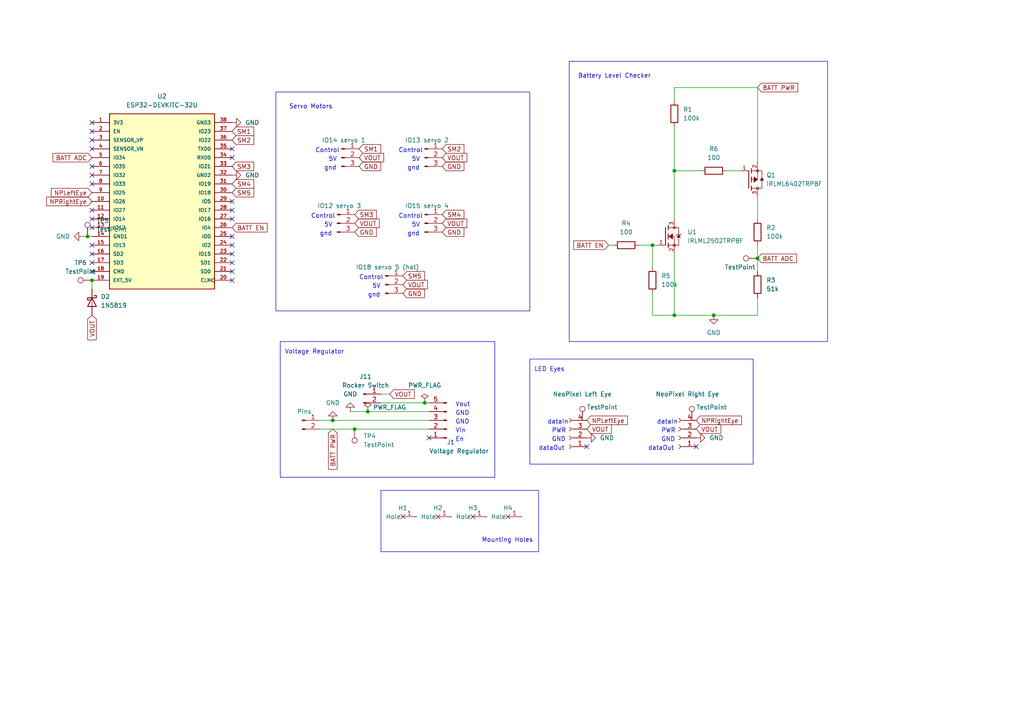
<source format=kicad_sch>
(kicad_sch (version 20230121) (generator eeschema)
  (paper "A4")
  (lib_symbols
    (symbol "Connector:Conn_01x02_Pin" (pin_names (offset 1.016) hide)
      (property "Reference" "J" (at 0 2.54 0))
      (property "Value" "Conn_01x02_Pin" (at 0 -5.08 0))
      (symbol "Conn_01x02_Pin_1_1"
        (polyline (pts (xy 1.27 -2.54) (xy 0.8636 -2.54)) (stroke (width 0.1524)))
        (polyline (pts (xy 1.27 0) (xy 0.8636 0)) (stroke (width 0.1524)))
        (rectangle (start 0.8636 -2.413) (end 0 -2.667) (stroke (width 0.1524)) (fill (type outline)))
        (rectangle (start 0.8636 0.127) (end 0 -0.127) (stroke (width 0.1524)) (fill (type outline)))
        (pin passive line (at 5.08 0 180) (length 3.81) (name "Pin_1") (number "1"))
        (pin passive line (at 5.08 -2.54 180) (length 3.81) (name "Pin_2") (number "2"))
      )
    )
    (symbol "Connector:Conn_01x03_Pin" (pin_names (offset 1.016) hide)
      (property "Reference" "J" (at 0 5.08 0))
      (property "Value" "Conn_01x03_Pin" (at 0 -5.08 0))
      (symbol "Conn_01x03_Pin_1_1"
        (polyline (pts (xy 1.27 -2.54) (xy 0.8636 -2.54)) (stroke (width 0.1524)))
        (polyline (pts (xy 1.27 0) (xy 0.8636 0)) (stroke (width 0.1524)))
        (polyline (pts (xy 1.27 2.54) (xy 0.8636 2.54)) (stroke (width 0.1524)))
        (rectangle (start 0.8636 -2.413) (end 0 -2.667) (stroke (width 0.1524)) (fill (type outline)))
        (rectangle (start 0.8636 0.127) (end 0 -0.127) (stroke (width 0.1524)) (fill (type outline)))
        (rectangle (start 0.8636 2.667) (end 0 2.413) (stroke (width 0.1524)) (fill (type outline)))
        (pin passive line (at 5.08 2.54 180) (length 3.81) (name "Pin_1") (number "1"))
        (pin passive line (at 5.08 0 180) (length 3.81) (name "Pin_2") (number "2"))
        (pin passive line (at 5.08 -2.54 180) (length 3.81) (name "Pin_3") (number "3"))
      )
    )
    (symbol "Connector:Conn_01x04_Socket" (pin_names (offset 1.016) hide)
      (property "Reference" "J" (at 0 5.08 0))
      (property "Value" "Conn_01x04_Socket" (at 0 -7.62 0))
      (symbol "Conn_01x04_Socket_1_1"
        (arc (start 0 -4.572) (mid -0.5058 -5.08) (end 0 -5.588) (stroke (width 0.1524)))
        (arc (start 0 -2.032) (mid -0.5058 -2.54) (end 0 -3.048) (stroke (width 0.1524)))
        (polyline (pts (xy -1.27 -5.08) (xy -0.508 -5.08)) (stroke (width 0.1524)))
        (polyline (pts (xy -1.27 -2.54) (xy -0.508 -2.54)) (stroke (width 0.1524)))
        (polyline (pts (xy -1.27 0) (xy -0.508 0)) (stroke (width 0.1524)))
        (polyline (pts (xy -1.27 2.54) (xy -0.508 2.54)) (stroke (width 0.1524)))
        (arc (start 0 0.508) (mid -0.5058 0) (end 0 -0.508) (stroke (width 0.1524)))
        (arc (start 0 3.048) (mid -0.5058 2.54) (end 0 2.032) (stroke (width 0.1524)))
        (pin passive line (at -5.08 2.54 0) (length 3.81) (name "Pin_1") (number "1"))
        (pin passive line (at -5.08 0 0) (length 3.81) (name "Pin_2") (number "2"))
        (pin passive line (at -5.08 -2.54 0) (length 3.81) (name "Pin_3") (number "3"))
        (pin passive line (at -5.08 -5.08 0) (length 3.81) (name "Pin_4") (number "4"))
      )
    )
    (symbol "Connector:Conn_01x05_Pin" (pin_names (offset 1.016) hide)
      (property "Reference" "J" (at 0 7.62 0))
      (property "Value" "Conn_01x05_Pin" (at 0 -7.62 0))
      (symbol "Conn_01x05_Pin_1_1"
        (polyline (pts (xy 1.27 -5.08) (xy 0.8636 -5.08)) (stroke (width 0.1524)))
        (polyline (pts (xy 1.27 -2.54) (xy 0.8636 -2.54)) (stroke (width 0.1524)))
        (polyline (pts (xy 1.27 0) (xy 0.8636 0)) (stroke (width 0.1524)))
        (polyline (pts (xy 1.27 2.54) (xy 0.8636 2.54)) (stroke (width 0.1524)))
        (polyline (pts (xy 1.27 5.08) (xy 0.8636 5.08)) (stroke (width 0.1524)))
        (rectangle (start 0.8636 -4.953) (end 0 -5.207) (stroke (width 0.1524)) (fill (type outline)))
        (rectangle (start 0.8636 -2.413) (end 0 -2.667) (stroke (width 0.1524)) (fill (type outline)))
        (rectangle (start 0.8636 0.127) (end 0 -0.127) (stroke (width 0.1524)) (fill (type outline)))
        (rectangle (start 0.8636 2.667) (end 0 2.413) (stroke (width 0.1524)) (fill (type outline)))
        (rectangle (start 0.8636 5.207) (end 0 4.953) (stroke (width 0.1524)) (fill (type outline)))
        (pin passive line (at 5.08 5.08 180) (length 3.81) (name "Pin_1") (number "1"))
        (pin passive line (at 5.08 2.54 180) (length 3.81) (name "Pin_2") (number "2"))
        (pin passive line (at 5.08 0 180) (length 3.81) (name "Pin_3") (number "3"))
        (pin passive line (at 5.08 -2.54 180) (length 3.81) (name "Pin_4") (number "4"))
        (pin passive line (at 5.08 -5.08 180) (length 3.81) (name "Pin_5") (number "5"))
      )
    )
    (symbol "Connector:TestPoint" (pin_numbers hide) (pin_names (offset 0.762) hide)
      (property "Reference" "TP" (at 0 6.858 0))
      (property "Value" "TestPoint" (at 0 5.08 0))
      (symbol "TestPoint_0_1"
        (circle (center 0 3.302) (radius 0.762))
      )
      (symbol "TestPoint_1_1"
        (pin passive line (at 0 0 90) (length 2.54) (name "1") (number "1"))
      )
    )
    (symbol "Device:R" (pin_numbers hide) (pin_names (offset 0))
      (property "Reference" "R" (at 2.032 0 90))
      (property "Value" "R" (at 0 0 90))
      (symbol "R_0_1"
        (rectangle (start -1.016 -2.54) (end 1.016 2.54) (stroke (width 0.254)))
      )
      (symbol "R_1_1"
        (pin passive line (at 0 3.81 270) (length 1.27) (name "~") (number "1"))
        (pin passive line (at 0 -3.81 90) (length 1.27) (name "~") (number "2"))
      )
    )
    (symbol "Diode:1N5819" (pin_numbers hide) (pin_names (offset 1.016) hide)
      (property "Reference" "D" (at 0 2.54 0))
      (property "Value" "1N5819" (at 0 -2.54 0))
      (symbol "1N5819_0_1"
        (polyline (pts (xy 1.27 0) (xy -1.27 0)))
        (polyline (pts (xy 1.27 1.27) (xy 1.27 -1.27) (xy -1.27 0) (xy 1.27 1.27)) (stroke (width 0.254)))
        (polyline (pts (xy -1.905 0.635) (xy -1.905 1.27) (xy -1.27 1.27) (xy -1.27 -1.27) (xy -0.635 -1.27) (xy -0.635 -0.635)) (stroke (width 0.254)))
      )
      (symbol "1N5819_1_1"
        (pin passive line (at -3.81 0 0) (length 2.54) (name "K") (number "1"))
        (pin passive line (at 3.81 0 180) (length 2.54) (name "A") (number "2"))
      )
    )
    (symbol "ECE319K:MountingHole"
      (property "Reference" "H" (at 0 0 0))
      (symbol "MountingHole_1_1"
        (pin power_in non_logic (at 0 0 180) (length 3.81) (name "Hole") (number "1"))
      )
    )
    (symbol "ESP32_WROOM:ESP32-DEVKITC-32U" (pin_names (offset 1.016))
      (property "Reference" "U" (at -15.2572 26.0643 0))
      (property "Value" "ESP32-DEVKITC-32U" (at -15.2563 -27.9698 0))
      (symbol "ESP32-DEVKITC-32U_0_0"
        (rectangle (start -15.24 -25.4) (end 15.24 25.4) (stroke (width 0.254)) (fill (type background)))
        (pin power_in line (at -20.32 22.86 0) (length 5.08) (name "3V3") (number "1"))
        (pin bidirectional line (at -20.32 0 0) (length 5.08) (name "IO26") (number "10"))
        (pin bidirectional line (at -20.32 -2.54 0) (length 5.08) (name "IO27") (number "11"))
        (pin bidirectional line (at -20.32 -5.08 0) (length 5.08) (name "IO14") (number "12"))
        (pin bidirectional line (at -20.32 -7.62 0) (length 5.08) (name "IO12") (number "13"))
        (pin power_in line (at -20.32 -10.16 0) (length 5.08) (name "GND1") (number "14"))
        (pin bidirectional line (at -20.32 -12.7 0) (length 5.08) (name "IO13") (number "15"))
        (pin bidirectional line (at -20.32 -15.24 0) (length 5.08) (name "SD2") (number "16"))
        (pin bidirectional line (at -20.32 -17.78 0) (length 5.08) (name "SD3") (number "17"))
        (pin bidirectional line (at -20.32 -20.32 0) (length 5.08) (name "CMD") (number "18"))
        (pin power_in line (at -20.32 -22.86 0) (length 5.08) (name "EXT_5V") (number "19"))
        (pin input line (at -20.32 20.32 0) (length 5.08) (name "EN") (number "2"))
        (pin input clock (at 20.32 -22.86 180) (length 5.08) (name "CLK") (number "20"))
        (pin bidirectional line (at 20.32 -20.32 180) (length 5.08) (name "SD0") (number "21"))
        (pin bidirectional line (at 20.32 -17.78 180) (length 5.08) (name "SD1") (number "22"))
        (pin bidirectional line (at 20.32 -15.24 180) (length 5.08) (name "IO15") (number "23"))
        (pin bidirectional line (at 20.32 -12.7 180) (length 5.08) (name "IO2") (number "24"))
        (pin bidirectional line (at 20.32 -10.16 180) (length 5.08) (name "IO0") (number "25"))
        (pin bidirectional line (at 20.32 -7.62 180) (length 5.08) (name "IO4") (number "26"))
        (pin bidirectional line (at 20.32 -5.08 180) (length 5.08) (name "IO16") (number "27"))
        (pin bidirectional line (at 20.32 -2.54 180) (length 5.08) (name "IO17") (number "28"))
        (pin bidirectional line (at 20.32 0 180) (length 5.08) (name "IO5") (number "29"))
        (pin input line (at -20.32 17.78 0) (length 5.08) (name "SENSOR_VP") (number "3"))
        (pin bidirectional line (at 20.32 2.54 180) (length 5.08) (name "IO18") (number "30"))
        (pin bidirectional line (at 20.32 5.08 180) (length 5.08) (name "IO19") (number "31"))
        (pin power_in line (at 20.32 7.62 180) (length 5.08) (name "GND2") (number "32"))
        (pin bidirectional line (at 20.32 10.16 180) (length 5.08) (name "IO21") (number "33"))
        (pin input line (at 20.32 12.7 180) (length 5.08) (name "RXD0") (number "34"))
        (pin output line (at 20.32 15.24 180) (length 5.08) (name "TXD0") (number "35"))
        (pin bidirectional line (at 20.32 17.78 180) (length 5.08) (name "IO22") (number "36"))
        (pin bidirectional line (at 20.32 20.32 180) (length 5.08) (name "IO23") (number "37"))
        (pin power_in line (at 20.32 22.86 180) (length 5.08) (name "GND3") (number "38"))
        (pin input line (at -20.32 15.24 0) (length 5.08) (name "SENSOR_VN") (number "4"))
        (pin bidirectional line (at -20.32 12.7 0) (length 5.08) (name "IO34") (number "5"))
        (pin bidirectional line (at -20.32 10.16 0) (length 5.08) (name "IO35") (number "6"))
        (pin bidirectional line (at -20.32 7.62 0) (length 5.08) (name "IO32") (number "7"))
        (pin bidirectional line (at -20.32 5.08 0) (length 5.08) (name "IO33") (number "8"))
        (pin bidirectional line (at -20.32 2.54 0) (length 5.08) (name "IO25") (number "9"))
      )
    )
    (symbol "IRLML2502TRPBF:IRLML2502TRPBF" (pin_names (offset 1.016))
      (property "Reference" "U" (at -11.4527 2.5451 0))
      (property "Value" "IRLML2502TRPBF" (at -11.461 0 0))
      (symbol "IRLML2502TRPBF_0_0"
        (polyline (pts (xy 0 2.54) (xy 0 -2.54)) (stroke (width 0.254)))
        (polyline (pts (xy 0.762 -2.54) (xy 0.762 -3.175)) (stroke (width 0.254)))
        (polyline (pts (xy 0.762 -1.905) (xy 0.762 -2.54)) (stroke (width 0.254)))
        (polyline (pts (xy 0.762 0) (xy 0.762 -0.762)) (stroke (width 0.254)))
        (polyline (pts (xy 0.762 0) (xy 2.54 0)) (stroke (width 0.1524)))
        (polyline (pts (xy 0.762 0.762) (xy 0.762 0)) (stroke (width 0.254)))
        (polyline (pts (xy 0.762 2.54) (xy 0.762 1.905)) (stroke (width 0.254)))
        (polyline (pts (xy 0.762 2.54) (xy 3.81 2.54)) (stroke (width 0.1524)))
        (polyline (pts (xy 0.762 3.175) (xy 0.762 2.54)) (stroke (width 0.254)))
        (polyline (pts (xy 2.54 -2.54) (xy 0.762 -2.54)) (stroke (width 0.1524)))
        (polyline (pts (xy 2.54 -2.54) (xy 3.81 -2.54)) (stroke (width 0.1524)))
        (polyline (pts (xy 2.54 0) (xy 2.54 -2.54)) (stroke (width 0.1524)))
        (polyline (pts (xy 3.302 0.508) (xy 3.048 0.254)) (stroke (width 0.1524)))
        (polyline (pts (xy 3.81 0.508) (xy 3.302 0.508)) (stroke (width 0.1524)))
        (polyline (pts (xy 3.81 0.508) (xy 3.81 -2.54)) (stroke (width 0.1524)))
        (polyline (pts (xy 3.81 2.54) (xy 3.81 0.508)) (stroke (width 0.1524)))
        (polyline (pts (xy 4.318 0.508) (xy 3.81 0.508)) (stroke (width 0.1524)))
        (polyline (pts (xy 4.572 0.762) (xy 4.318 0.508)) (stroke (width 0.1524)))
        (polyline (pts (xy 1.016 0) (xy 2.032 0.762) (xy 2.032 -0.762) (xy 1.016 0)) (stroke (width 0.1524)) (fill (type outline)))
        (polyline (pts (xy 3.81 0.508) (xy 3.302 -0.254) (xy 4.318 -0.254) (xy 3.81 0.508)) (stroke (width 0.1524)) (fill (type outline)))
        (circle (center 2.54 -2.54) (radius 0.3592))
        (circle (center 2.54 2.54) (radius 0.3592))
        (pin passive line (at -2.54 -2.54 0) (length 2.54) (name "~") (number "1"))
        (pin passive line (at 2.54 -5.08 90) (length 2.54) (name "~") (number "2"))
        (pin passive line (at 2.54 5.08 270) (length 2.54) (name "~") (number "3"))
      )
    )
    (symbol "IRLML6402TRPBF:IRLML6402TRPBF" (pin_names (offset 1.016))
      (property "Reference" "Q" (at -11.43 3.81 0))
      (property "Value" "IRLML6402TRPBF" (at -11.43 -8.89 0))
      (symbol "IRLML6402TRPBF_0_0"
        (circle (center 0 -2.54) (radius 0.3592))
        (polyline (pts (xy -2.54 2.54) (xy -2.54 -2.54)) (stroke (width 0.254)))
        (polyline (pts (xy -1.778 -2.54) (xy -1.778 -3.175)) (stroke (width 0.254)))
        (polyline (pts (xy -1.778 -1.905) (xy -1.778 -2.54)) (stroke (width 0.254)))
        (polyline (pts (xy -1.778 0) (xy -1.778 -0.762)) (stroke (width 0.254)))
        (polyline (pts (xy -1.778 0) (xy 0 0)) (stroke (width 0.1524)))
        (polyline (pts (xy -1.778 0.762) (xy -1.778 0)) (stroke (width 0.254)))
        (polyline (pts (xy -1.778 2.54) (xy -1.778 1.905)) (stroke (width 0.254)))
        (polyline (pts (xy -1.778 2.54) (xy 1.27 2.54)) (stroke (width 0.1524)))
        (polyline (pts (xy -1.778 3.175) (xy -1.778 2.54)) (stroke (width 0.254)))
        (polyline (pts (xy 0 -2.54) (xy -1.778 -2.54)) (stroke (width 0.1524)))
        (polyline (pts (xy 0 -2.54) (xy 1.27 -2.54)) (stroke (width 0.1524)))
        (polyline (pts (xy 0 0) (xy 0 -2.54)) (stroke (width 0.1524)))
        (polyline (pts (xy 1.27 -0.508) (xy 1.27 -2.54)) (stroke (width 0.1524)))
        (polyline (pts (xy 1.27 2.54) (xy 1.27 -0.508)) (stroke (width 0.1524)))
        (polyline (pts (xy 0 0) (xy -1.016 -0.762) (xy -1.016 0.762) (xy 0 0)) (stroke (width 0.1524)) (fill (type outline)))
        (polyline (pts (xy 1.27 -0.508) (xy 1.778 0.254) (xy 0.762 0.254) (xy 1.27 -0.508)) (stroke (width 0.1524)) (fill (type outline)))
        (circle (center 0 2.54) (radius 0.3592))
        (pin passive line (at -5.08 -2.54 0) (length 2.54) (name "~") (number "1"))
        (pin passive line (at 0 -5.08 90) (length 2.54) (name "~") (number "2"))
        (pin passive line (at 0 5.08 270) (length 2.54) (name "~") (number "3"))
      )
    )
    (symbol "power:GND" (power) (pin_names (offset 0))
      (property "Value" "GND" (at 0 -3.81 0))
      (symbol "GND_0_1"
        (polyline (pts (xy 0 0) (xy 0 -1.27) (xy 1.27 -1.27) (xy 0 -2.54) (xy -1.27 -1.27) (xy 0 -1.27)))
      )
      (symbol "GND_1_1"
        (pin power_in line (at 0 0 270) (length 0) hide (name "GND") (number "1"))
      )
    )
    (symbol "power:PWR_FLAG" (power) (pin_numbers hide) (pin_names (offset 0) hide)
      (property "Value" "PWR_FLAG" (at 0 3.81 0))
      (symbol "PWR_FLAG_0_0"
        (pin power_out line (at 0 0 90) (length 0) (name "pwr") (number "1"))
      )
      (symbol "PWR_FLAG_0_1"
        (polyline (pts (xy 0 0) (xy 0 1.27) (xy -1.016 1.905) (xy 0 2.54) (xy 1.016 1.905) (xy 0 1.27)))
      )
    )
  )
  (junction (at 207.01 91.44))
  (junction (at 102.87 124.46))
  (junction (at 25.4 68.58))
  (junction (at 189.23 71.12))
  (junction (at 195.58 91.44))
  (junction (at 96.52 121.92))
  (junction (at 123.19 116.84))
  (junction (at 219.71 74.93))
  (junction (at 195.58 49.53))
  (junction (at 26.67 81.28))
  (junction (at 106.68 119.38))
  (no_connect (at 67.31 58.42))
  (no_connect (at 26.67 71.12))
  (no_connect (at 26.67 38.1))
  (no_connect (at 26.67 48.26))
  (no_connect (at 67.31 76.2))
  (no_connect (at 26.67 43.18))
  (no_connect (at 26.67 78.74))
  (no_connect (at 201.93 129.54))
  (no_connect (at 67.31 81.28))
  (no_connect (at 26.67 76.2))
  (no_connect (at 26.67 35.56))
  (no_connect (at 170.18 129.54))
  (no_connect (at 26.67 66.04))
  (no_connect (at 67.31 60.96))
  (no_connect (at 124.46 127))
  (no_connect (at 26.67 73.66))
  (no_connect (at 67.31 73.66))
  (no_connect (at 67.31 63.5))
  (no_connect (at 26.67 50.8))
  (no_connect (at 67.31 78.74))
  (no_connect (at 26.67 63.5))
  (no_connect (at 67.31 43.18))
  (no_connect (at 67.31 68.58))
  (no_connect (at 26.67 60.96))
  (no_connect (at 26.67 40.64))
  (no_connect (at 26.67 53.34))
  (no_connect (at 67.31 45.72))
  (no_connect (at 67.31 71.12))
  (wire (pts (xy 219.71 25.4) (xy 195.58 25.4)))
  (wire (pts (xy 26.67 81.28) (xy 26.67 83.82)))
  (wire (pts (xy 207.01 91.44) (xy 219.71 91.44)))
  (wire (pts (xy 189.23 91.44) (xy 195.58 91.44)))
  (wire (pts (xy 92.71 124.46) (xy 102.87 124.46)))
  (wire (pts (xy 200.66 121.92) (xy 201.93 121.92)))
  (wire (pts (xy 219.71 78.74) (xy 219.71 74.93)))
  (wire (pts (xy 92.71 121.92) (xy 96.52 121.92)))
  (wire (pts (xy 106.68 119.38) (xy 124.46 119.38)))
  (wire (pts (xy 123.19 116.84) (xy 124.46 116.84)))
  (wire (pts (xy 176.53 71.12) (xy 177.8 71.12)))
  (wire (pts (xy 219.71 74.93) (xy 219.71 71.12)))
  (wire (pts (xy 219.71 46.99) (xy 219.71 25.4)))
  (wire (pts (xy 24.13 68.58) (xy 25.4 68.58)))
  (wire (pts (xy 168.91 121.92) (xy 170.18 121.92)))
  (wire (pts (xy 189.23 71.12) (xy 189.23 77.47)))
  (wire (pts (xy 195.58 91.44) (xy 207.01 91.44)))
  (wire (pts (xy 195.58 73.66) (xy 195.58 91.44)))
  (wire (pts (xy 102.87 124.46) (xy 124.46 124.46)))
  (wire (pts (xy 219.71 91.44) (xy 219.71 86.36)))
  (wire (pts (xy 210.82 49.53) (xy 214.63 49.53)))
  (wire (pts (xy 101.6 119.38) (xy 106.68 119.38)))
  (wire (pts (xy 96.52 121.92) (xy 124.46 121.92)))
  (wire (pts (xy 195.58 49.53) (xy 195.58 63.5)))
  (wire (pts (xy 195.58 36.83) (xy 195.58 49.53)))
  (wire (pts (xy 219.71 63.5) (xy 219.71 57.15)))
  (wire (pts (xy 195.58 49.53) (xy 203.2 49.53)))
  (wire (pts (xy 110.49 116.84) (xy 123.19 116.84)))
  (wire (pts (xy 113.03 114.3) (xy 110.49 114.3)))
  (wire (pts (xy 189.23 71.12) (xy 190.5 71.12)))
  (wire (pts (xy 189.23 85.09) (xy 189.23 91.44)))
  (wire (pts (xy 25.4 68.58) (xy 26.67 68.58)))
  (wire (pts (xy 185.42 71.12) (xy 189.23 71.12)))
  (wire (pts (xy 195.58 25.4) (xy 195.58 29.21)))
  (rectangle (start 81.28 99.06) (end 143.51 138.43))
  (rectangle (start 153.67 104.14) (end 218.44 134.62))
  (rectangle (start 165.1 17.78) (end 240.03 99.06))
  (rectangle (start 110.49 142.24) (end 156.21 160.02))
  (rectangle (start 80.01 26.67) (end 153.67 90.17))
  (text "Control\n" (at 104.14 81.28 0) (effects (font (size 1.27 1.27)) (justify left bottom)))
  (text "Control\n" (at 90.17 63.5 0) (effects (font (size 1.27 1.27)) (justify left bottom)))
  (text "GND" (at 191.77 128.27 0) (effects (font (size 1.27 1.27)) (justify left bottom)))
  (text "PWR\n" (at 191.77 125.73 0) (effects (font (size 1.27 1.27)) (justify left bottom)))
  (text "5V\n" (at 93.98 66.04 0) (effects (font (size 1.27 1.27)) (justify left bottom)))
  (text "Control\n" (at 91.44 44.45 0) (effects (font (size 1.27 1.27)) (justify left bottom)))
  (text "dataIn\n" (at 158.75 123.19 0) (effects (font (size 1.27 1.27)) (justify left bottom)))
  (text "GND\n" (at 132.08 123.19 0) (effects (font (size 1.27 1.27)) (justify left bottom)))
  (text "5V\n" (at 119.38 46.99 0) (effects (font (size 1.27 1.27)) (justify left bottom)))
  (text "gnd\n" (at 118.11 49.53 0) (effects (font (size 1.27 1.27)) (justify left bottom)))
  (text "Vout\n" (at 132.08 118.11 0) (effects (font (size 1.27 1.27)) (justify left bottom)))
  (text "Control\n" (at 115.57 63.5 0) (effects (font (size 1.27 1.27)) (justify left bottom)))
  (text "Mounting Holes" (at 139.7 157.48 0) (effects (font (size 1.27 1.27)) (justify left bottom)))
  (text "dataOut\n" (at 187.96 130.81 0) (effects (font (size 1.27 1.27)) (justify left bottom)))
  (text "LED Eyes\n" (at 154.94 107.95 0) (effects (font (size 1.27 1.27)) (justify left bottom)))
  (text "gnd\n" (at 106.68 86.36 0) (effects (font (size 1.27 1.27)) (justify left bottom)))
  (text "GND" (at 160.02 128.27 0) (effects (font (size 1.27 1.27)) (justify left bottom)))
  (text "Servo Motors\n" (at 83.82 31.75 0) (effects (font (size 1.27 1.27)) (justify left bottom)))
  (text "5V\n" (at 107.95 83.82 0) (effects (font (size 1.27 1.27)) (justify left bottom)))
  (text "PWR\n" (at 160.02 125.73 0) (effects (font (size 1.27 1.27)) (justify left bottom)))
  (text "gnd\n" (at 93.98 49.53 0) (effects (font (size 1.27 1.27)) (justify left bottom)))
  (text "Voltage Regulator\n" (at 82.55 102.87 0) (effects (font (size 1.27 1.27)) (justify left bottom)))
  (text "Battery Level Checker\n" (at 167.64 22.86 0) (effects (font (size 1.27 1.27)) (justify left bottom)))
  (text "dataOut\n" (at 156.21 130.81 0) (effects (font (size 1.27 1.27)) (justify left bottom)))
  (text "Control\n" (at 115.57 44.45 0) (effects (font (size 1.27 1.27)) (justify left bottom)))
  (text "5V\n" (at 95.25 46.99 0) (effects (font (size 1.27 1.27)) (justify left bottom)))
  (text "dataIn\n" (at 190.5 123.19 0) (effects (font (size 1.27 1.27)) (justify left bottom)))
  (text "Vin\n" (at 132.08 125.73 0) (effects (font (size 1.27 1.27)) (justify left bottom)))
  (text "5V\n" (at 119.38 66.04 0) (effects (font (size 1.27 1.27)) (justify left bottom)))
  (text "En\n" (at 132.08 128.27 0) (effects (font (size 1.27 1.27)) (justify left bottom)))
  (text "GND\n" (at 132.08 120.65 0) (effects (font (size 1.27 1.27)) (justify left bottom)))
  (text "gnd\n" (at 92.71 68.58 0) (effects (font (size 1.27 1.27)) (justify left bottom)))
  (text "gnd\n" (at 118.11 68.58 0) (effects (font (size 1.27 1.27)) (justify left bottom)))
  (global_label "BATT EN" (shape input) (at 176.53 71.12 180) (property "Intersheetrefs" "${INTERSHEET_REFS}" (effects hide)))
  (global_label "SM5" (shape input) (at 116.84 80.01 0) (property "Intersheetrefs" "${INTERSHEET_REFS}" (effects hide)))
  (global_label "NPLeftEye" (shape input) (at 170.18 121.92 0) (property "Intersheetrefs" "${INTERSHEET_REFS}" (effects hide)))
  (global_label "GND" (shape input) (at 128.27 67.31 0) (property "Intersheetrefs" "${INTERSHEET_REFS}" (effects hide)))
  (global_label "SM2" (shape input) (at 128.27 43.18 0) (property "Intersheetrefs" "${INTERSHEET_REFS}" (effects hide)))
  (global_label "SM4" (shape input) (at 67.31 53.34 0) (property "Intersheetrefs" "${INTERSHEET_REFS}" (effects hide)))
  (global_label "SM3" (shape input) (at 102.87 62.23 0) (property "Intersheetrefs" "${INTERSHEET_REFS}" (effects hide)))
  (global_label "VOUT" (shape input) (at 170.18 124.46 0) (property "Intersheetrefs" "${INTERSHEET_REFS}" (effects hide)))
  (global_label "VOUT" (shape input) (at 113.03 114.3 0) (property "Intersheetrefs" "${INTERSHEET_REFS}" (effects hide)))
  (global_label "GND" (shape input) (at 102.87 67.31 0) (property "Intersheetrefs" "${INTERSHEET_REFS}" (effects hide)))
  (global_label "GND" (shape input) (at 104.14 48.26 0) (property "Intersheetrefs" "${INTERSHEET_REFS}" (effects hide)))
  (global_label "NPRightEye" (shape input) (at 201.93 121.92 0) (property "Intersheetrefs" "${INTERSHEET_REFS}" (effects hide)))
  (global_label "SM3" (shape input) (at 67.31 48.26 0) (property "Intersheetrefs" "${INTERSHEET_REFS}" (effects hide)))
  (global_label "NPLeftEye" (shape input) (at 26.67 55.88 180) (property "Intersheetrefs" "${INTERSHEET_REFS}" (effects hide)))
  (global_label "GND" (shape input) (at 116.84 85.09 0) (property "Intersheetrefs" "${INTERSHEET_REFS}" (effects hide)))
  (global_label "BATT ADC" (shape input) (at 219.71 74.93 0) (property "Intersheetrefs" "${INTERSHEET_REFS}" (effects hide)))
  (global_label "SM1" (shape input) (at 104.14 43.18 0) (property "Intersheetrefs" "${INTERSHEET_REFS}" (effects hide)))
  (global_label "VOUT" (shape input) (at 201.93 124.46 0) (property "Intersheetrefs" "${INTERSHEET_REFS}" (effects hide)))
  (global_label "VOUT" (shape input) (at 128.27 64.77 0) (property "Intersheetrefs" "${INTERSHEET_REFS}" (effects hide)))
  (global_label "VOUT" (shape input) (at 102.87 64.77 0) (property "Intersheetrefs" "${INTERSHEET_REFS}" (effects hide)))
  (global_label "NPRightEye" (shape input) (at 26.67 58.42 180) (property "Intersheetrefs" "${INTERSHEET_REFS}" (effects hide)))
  (global_label "SM2" (shape input) (at 67.31 40.64 0) (property "Intersheetrefs" "${INTERSHEET_REFS}" (effects hide)))
  (global_label "BATT PWR" (shape input) (at 96.52 124.46 270) (property "Intersheetrefs" "${INTERSHEET_REFS}" (effects hide)))
  (global_label "SM1" (shape input) (at 67.31 38.1 0) (property "Intersheetrefs" "${INTERSHEET_REFS}" (effects hide)))
  (global_label "GND" (shape input) (at 128.27 48.26 0) (property "Intersheetrefs" "${INTERSHEET_REFS}" (effects hide)))
  (global_label "SM5" (shape input) (at 67.31 55.88 0) (property "Intersheetrefs" "${INTERSHEET_REFS}" (effects hide)))
  (global_label "VOUT" (shape input) (at 104.14 45.72 0) (property "Intersheetrefs" "${INTERSHEET_REFS}" (effects hide)))
  (global_label "VOUT" (shape input) (at 116.84 82.55 0) (property "Intersheetrefs" "${INTERSHEET_REFS}" (effects hide)))
  (global_label "VOUT" (shape input) (at 128.27 45.72 0) (property "Intersheetrefs" "${INTERSHEET_REFS}" (effects hide)))
  (global_label "BATT EN" (shape input) (at 67.31 66.04 0) (property "Intersheetrefs" "${INTERSHEET_REFS}" (effects hide)))
  (global_label "BATT PWR" (shape input) (at 219.71 25.4 0) (property "Intersheetrefs" "${INTERSHEET_REFS}" (effects hide)))
  (global_label "BATT ADC" (shape input) (at 26.67 45.72 180) (property "Intersheetrefs" "${INTERSHEET_REFS}" (effects hide)))
  (global_label "VOUT" (shape input) (at 26.67 91.44 270) (property "Intersheetrefs" "${INTERSHEET_REFS}" (effects hide)))
  (global_label "SM4" (shape input) (at 128.27 62.23 0) (property "Intersheetrefs" "${INTERSHEET_REFS}" (effects hide)))
  (symbol (lib_id "ESP32_WROOM:ESP32-DEVKITC-32U") (at 46.99 58.42 0) (unit 1)
    (property "Reference" "U2" (at 46.99 27.94 0))
    (property "Value" "ESP32-DEVKITC-32U" (at 46.99 30.48 0))
    (property "Footprint" "dancebot_parts:MODULE_ESP32-DEVKITC-32U" (effects hide))
    (property "MF" "Espressif Systems" (effects hide))
    (property "MAXIMUM_PACKAGE_HEIGHT" "N/A" (effects hide))
    (property "Package" "CUSTOM-38 ESPRESSIF" (effects hide))
    (property "Price" "None" (effects hide))
    (property "Check_prices" "https://www.snapeda.com/parts/ESP32-DEVKITC-32U/Espressif+Systems/view-part/?ref=eda" (effects hide))
    (property "STANDARD" "Manufacturer Recommendations" (effects hide))
    (property "PARTREV" "V4" (effects hide))
    (property "SnapEDA_Link" "https://www.snapeda.com/parts/ESP32-DEVKITC-32U/Espressif+Systems/view-part/?ref=snap" (effects hide))
    (property "MP" "ESP32-DEVKITC-32U" (effects hide))
    (property "Description" "\n                        \n                            ESP32-WROOM-32UE series Transceiver; 802.11 b/g/n (Wi-Fi, WiFi, WLAN), Bluetooth® Smart Ready 4.x Dual Mode Evaluation Board\n                        \n" (effects hide))
    (property "Availability" "In Stock" (effects hide))
    (property "MANUFACTURER" "Espressif Systems" (effects hide))
  )
  (symbol (lib_id "Connector:Conn_01x03_Pin") (at 97.79 64.77 0) (unit 1)
    (property "Reference" "J4" (effects hide))
    (property "Value" "IO12 servo 3" (at 98.425 59.69 0))
    (property "Footprint" "Connector_PinHeader_2.54mm:PinHeader_1x03_P2.54mm_Vertical" (effects hide))
  )
  (symbol (lib_id "power:PWR_FLAG") (at 106.68 119.38 0) (unit 1)
    (property "Reference" "#FLG02" (effects hide))
    (property "Value" "PWR_FLAG" (at 113.03 118.11 0))
  )
  (symbol (lib_id "Device:R") (at 219.71 67.31 0) (unit 1)
    (property "Reference" "R2" (at 222.25 66.04 0) (effects (justify left)))
    (property "Value" "100k" (at 222.25 68.58 0) (effects (justify left)))
    (property "Footprint" "Resistor_SMD:R_0805_2012Metric" (effects hide))
  )
  (symbol (lib_id "Connector:TestPoint") (at 26.67 81.28 90) (unit 1)
    (property "Reference" "TP6" (at 23.368 76.2 90))
    (property "Value" "TestPoint" (at 23.368 78.74 90))
    (property "Footprint" "TestPoint:TestPoint_Pad_2.0x2.0mm" (effects hide))
  )
  (symbol (lib_id "Connector:Conn_01x03_Pin") (at 123.19 64.77 0) (unit 1)
    (property "Reference" "J5" (effects hide))
    (property "Value" "IO15 servo 4" (at 123.825 59.69 0))
    (property "Footprint" "Connector_PinHeader_2.54mm:PinHeader_1x03_P2.54mm_Vertical" (effects hide))
  )
  (symbol (lib_id "power:GND") (at 101.6 119.38 180) (unit 1)
    (property "Reference" "#PWR01" (effects hide))
    (property "Value" "GND" (at 101.6 114.3 0))
  )
  (symbol (lib_id "Diode:1N5819") (at 26.67 87.63 270) (unit 1)
    (property "Reference" "D2" (at 29.21 86.0425 90) (effects (justify left)))
    (property "Value" "1N5819" (at 29.21 88.5825 90) (effects (justify left)))
    (property "Footprint" "Diode_THT:D_DO-41_SOD81_P10.16mm_Horizontal" (effects hide))
    (property "Datasheet" "http://www.vishay.com/docs/88525/1n5817.pdf" (effects hide))
  )
  (symbol (lib_id "Connector:Conn_01x04_Socket") (at 196.85 127 180) (unit 1)
    (property "Reference" "J10" (effects hide))
    (property "Value" "NeoPixel Right Eye" (at 199.39 114.3 0))
    (property "Footprint" "Connector_PinSocket_2.54mm:PinSocket_1x04_P2.54mm_Vertical" (effects hide))
  )
  (symbol (lib_id "IRLML6402TRPBF:IRLML6402TRPBF") (at 219.71 52.07 0) (mirror x) (unit 1)
    (property "Reference" "Q1" (at 222.25 50.8 0) (effects (justify left)))
    (property "Value" "IRLML6402TRPBF" (at 222.25 53.34 0) (effects (justify left)))
    (property "Footprint" "dancebot_parts:SOT95P237X112-3N" (effects hide))
    (property "MF" "Infineon" (effects hide))
    (property "Description" "\n                        \n                            P-Channel 20 V 3.7A (Ta) 1.3W (Ta) Surface Mount Micro3â„¢ /SOT-23\n                        \n" (effects hide))
    (property "Package" "SOT-23-3 ON Semiconductor" (effects hide))
    (property "Price" "None" (effects hide))
    (property "Check_prices" "https://www.snapeda.com/parts/IRLML6402TRPBF/Infineon+Technologies/view-part/?ref=eda" (effects hide))
    (property "STANDARD" "IPC-7351B" (effects hide))
    (property "PARTREV" "N/A" (effects hide))
    (property "SnapEDA_Link" "https://www.snapeda.com/parts/IRLML6402TRPBF/Infineon+Technologies/view-part/?ref=snap" (effects hide))
    (property "MP" "IRLML6402TRPBF" (effects hide))
    (property "Availability" "In Stock" (effects hide))
    (property "MANUFACTURER" "International Rectifier" (effects hide))
  )
  (symbol (lib_id "power:GND") (at 96.52 121.92 180) (unit 1)
    (property "Reference" "#PWR04" (effects hide))
    (property "Value" "GND" (at 96.52 116.84 0))
  )
  (symbol (lib_id "Connector:TestPoint") (at 102.87 124.46 180) (unit 1)
    (property "Reference" "TP4" (at 105.41 126.492 0) (effects (justify right)))
    (property "Value" "TestPoint" (at 105.41 129.032 0) (effects (justify right)))
    (property "Footprint" "TestPoint:TestPoint_Pad_2.0x2.0mm" (effects hide))
  )
  (symbol (lib_id "Connector:Conn_01x04_Socket") (at 165.1 127 180) (unit 1)
    (property "Reference" "J9" (effects hide))
    (property "Value" "NeoPixel Left Eye" (at 168.91 114.3 0))
    (property "Footprint" "Connector_PinSocket_2.54mm:PinSocket_1x04_P2.54mm_Vertical" (effects hide))
  )
  (symbol (lib_id "Device:R") (at 207.01 49.53 90) (unit 1)
    (property "Reference" "R6" (at 207.01 43.18 90))
    (property "Value" "100" (at 207.01 45.72 90))
    (property "Footprint" "Resistor_SMD:R_0805_2012Metric" (effects hide))
  )
  (symbol (lib_id "Device:R") (at 219.71 82.55 0) (unit 1)
    (property "Reference" "R3" (at 222.25 81.28 0) (effects (justify left)))
    (property "Value" "51k" (at 222.25 83.82 0) (effects (justify left)))
    (property "Footprint" "Resistor_SMD:R_0805_2012Metric" (effects hide))
  )
  (symbol (lib_id "Device:R") (at 181.61 71.12 90) (unit 1)
    (property "Reference" "R4" (at 181.61 64.77 90))
    (property "Value" "100" (at 181.61 67.31 90))
    (property "Footprint" "Resistor_SMD:R_0805_2012Metric" (effects hide))
  )
  (symbol (lib_id "Connector:Conn_01x03_Pin") (at 111.76 82.55 0) (unit 1)
    (property "Reference" "J6" (effects hide))
    (property "Value" "IO18 servo 5 (hat)" (at 112.395 77.47 0))
    (property "Footprint" "Connector_PinHeader_2.54mm:PinHeader_1x03_P2.54mm_Vertical" (effects hide))
  )
  (symbol (lib_id "Connector:TestPoint") (at 25.4 68.58 0) (unit 1)
    (property "Reference" "TP5" (at 27.94 64.008 0) (effects (justify left)))
    (property "Value" "TestPoint" (at 27.94 66.548 0) (effects (justify left)))
    (property "Footprint" "TestPoint:TestPoint_Pad_2.0x2.0mm" (effects hide))
  )
  (symbol (lib_id "Device:R") (at 189.23 81.28 0) (unit 1)
    (property "Reference" "R5" (at 191.77 80.01 0) (effects (justify left)))
    (property "Value" "100k" (at 191.77 82.55 0) (effects (justify left)))
    (property "Footprint" "Resistor_SMD:R_0805_2012Metric" (effects hide))
  )
  (symbol (lib_id "ECE319K:MountingHole") (at 151.13 149.86 0) (unit 1)
    (property "Reference" "H4" (at 147.32 147.32 0))
    (property "Value" "~" (at 151.13 149.86 0))
    (property "Footprint" "MountingHole:MountingHole_3.2mm_M3" (effects hide))
  )
  (symbol (lib_id "Connector:Conn_01x03_Pin") (at 99.06 45.72 0) (unit 1)
    (property "Reference" "J2" (effects hide))
    (property "Value" "IO14 servo 1" (at 99.695 40.64 0))
    (property "Footprint" "Connector_PinHeader_2.54mm:PinHeader_1x03_P2.54mm_Vertical" (effects hide))
  )
  (symbol (lib_id "Connector:Conn_01x02_Pin") (at 87.63 121.92 0) (unit 1)
    (property "Reference" "J8" (effects hide))
    (property "Value" "Pins" (at 88.265 119.38 0))
    (property "Footprint" "Connector_PinHeader_2.54mm:PinHeader_1x02_P2.54mm_Vertical" (effects hide))
  )
  (symbol (lib_id "power:GND") (at 24.13 68.58 270) (unit 1)
    (property "Reference" "#PWR06" (effects hide))
    (property "Value" "GND" (at 20.32 68.58 90) (effects (justify right)))
  )
  (symbol (lib_id "Connector:TestPoint") (at 219.71 74.93 90) (unit 1)
    (property "Reference" "TP1" (effects hide))
    (property "Value" "TestPoint" (at 214.63 77.47 90))
    (property "Footprint" "TestPoint:TestPoint_Pad_2.0x2.0mm" (effects hide))
  )
  (symbol (lib_id "power:GND") (at 67.31 50.8 90) (unit 1)
    (property "Reference" "#PWR08" (effects hide))
    (property "Value" "GND" (at 71.12 50.8 90) (effects (justify right)))
  )
  (symbol (lib_id "ECE319K:MountingHole") (at 130.81 149.86 0) (unit 1)
    (property "Reference" "H2" (at 127 147.32 0))
    (property "Value" "~" (at 130.81 149.86 0))
    (property "Footprint" "MountingHole:MountingHole_3.2mm_M3" (effects hide))
  )
  (symbol (lib_id "power:GND") (at 207.01 91.44 0) (unit 1)
    (property "Reference" "#PWR05" (effects hide))
    (property "Value" "GND" (at 207.01 96.52 0))
  )
  (symbol (lib_id "power:PWR_FLAG") (at 123.19 116.84 0) (unit 1)
    (property "Reference" "#FLG01" (effects hide))
    (property "Value" "PWR_FLAG" (at 123.19 111.76 0))
  )
  (symbol (lib_id "Device:R") (at 195.58 33.02 0) (unit 1)
    (property "Reference" "R1" (at 198.12 31.75 0) (effects (justify left)))
    (property "Value" "100k" (at 198.12 34.29 0) (effects (justify left)))
    (property "Footprint" "Resistor_SMD:R_0805_2012Metric" (effects hide))
  )
  (symbol (lib_id "power:GND") (at 170.18 127 90) (unit 1)
    (property "Reference" "#PWR02" (effects hide))
    (property "Value" "GND" (at 173.99 127 90) (effects (justify right)))
  )
  (symbol (lib_id "Connector:Conn_01x05_Pin") (at 129.54 121.92 180) (unit 1)
    (property "Reference" "J1" (at 129.54 128.27 0) (effects (justify right)))
    (property "Value" "Voltage Regulator" (at 124.46 130.81 0) (effects (justify right)))
    (property "Footprint" "Connector_PinHeader_2.54mm:PinHeader_1x05_P2.54mm_Vertical" (effects hide))
  )
  (symbol (lib_id "ECE319K:MountingHole") (at 140.97 149.86 0) (unit 1)
    (property "Reference" "H3" (at 137.16 147.32 0))
    (property "Value" "~" (at 140.97 149.86 0))
    (property "Footprint" "MountingHole:MountingHole_3.2mm_M3" (effects hide))
  )
  (symbol (lib_id "power:GND") (at 201.93 127 90) (unit 1)
    (property "Reference" "#PWR03" (effects hide))
    (property "Value" "GND" (at 205.74 127 90) (effects (justify right)))
  )
  (symbol (lib_id "Connector:Conn_01x02_Pin") (at 105.41 114.3 0) (unit 1)
    (property "Reference" "J11" (at 106.045 109.22 0))
    (property "Value" "Rocker Switch" (at 106.045 111.76 0))
    (property "Footprint" "Connector_PinHeader_2.54mm:PinHeader_1x02_P2.54mm_Vertical" (effects hide))
  )
  (symbol (lib_id "Connector:TestPoint") (at 168.91 121.92 0) (unit 1)
    (property "Reference" "TP2" (effects hide))
    (property "Value" "TestPoint" (at 170.18 118.11 0) (effects (justify left)))
    (property "Footprint" "TestPoint:TestPoint_Pad_2.0x2.0mm" (effects hide))
  )
  (symbol (lib_id "IRLML2502TRPBF:IRLML2502TRPBF") (at 193.04 68.58 0) (unit 1)
    (property "Reference" "U1" (at 199.39 67.31 0) (effects (justify left)))
    (property "Value" "IRLML2502TRPBF" (at 199.39 69.85 0) (effects (justify left)))
    (property "Footprint" "dancebot_parts:SOT23" (effects hide))
    (property "MF" "onsemi / Fairchild" (effects hide))
    (property "Description" "\n                        \n                            MOSFET, N CHAN, 20V, 4.2A, SOT-23; Transistor Polarity:N Channel; Continuous Drain Current Id:4.2A; Drain Source Voltage Vds:20V; On Resistance Rds(on):0.045ohm; Rds(on) Test Voltage Vgs:4.5V; Threshold Voltage Vgs:1.2V; Power Dissipation Pd:1.25W; Transistor Case Style:SOT-23; No. of Pins:3Pins; Operating Temperature Max:150°C; Product Range:-; Automotive Qualification Standard:-; MSL:-; SVHC:No SVHC (27-Jun-2018); Capacitance Ciss Typ:740pF; Charge Qrr @ Tj = 25°C Typ:8.6nC; Current Id Max:4.2A; Current Idss Max:1µA; Current Temperature:25°C; Device Marking:IRLML2502PBF; External Depth:2.5mm; External Length / Height:1.12mm; External Width:3.05mm; Fall Time tf:26s; Full Power Rating Temperature:25°C; Junction Temperature Tj Max:150°C; Junction Temperature Tj Min:-55°C; N-channel Gate Charge:12nC; No. of Transistors:1; Operating Temperature Min:-55°C; Operating Temperature Range:-55°C to +150°C; Pulse Current Idm:33A; Reverse Recovery Time trr Typ:16ns; Rise Time:10ns; SMD Marking:1G; Tape Width:8mm\n                        \n" (effects hide))
    (property "Package" "None" (effects hide))
    (property "Price" "None" (effects hide))
    (property "SnapEDA_Link" "https://www.snapeda.com/parts/IRLML2502TRPBF/Onsemi/view-part/?ref=snap" (effects hide))
    (property "MP" "IRLML2502TRPBF" (effects hide))
    (property "Availability" "In Stock" (effects hide))
    (property "Check_prices" "https://www.snapeda.com/parts/IRLML2502TRPBF/Onsemi/view-part/?ref=eda" (effects hide))
  )
  (symbol (lib_id "Connector:Conn_01x03_Pin") (at 123.19 45.72 0) (unit 1)
    (property "Reference" "J3" (effects hide))
    (property "Value" "IO13 servo 2" (at 123.825 40.64 0))
    (property "Footprint" "Connector_PinHeader_2.54mm:PinHeader_1x03_P2.54mm_Vertical" (effects hide))
  )
  (symbol (lib_id "Connector:TestPoint") (at 200.66 121.92 0) (unit 1)
    (property "Reference" "TP3" (effects hide))
    (property "Value" "TestPoint" (at 201.93 118.11 0) (effects (justify left)))
    (property "Footprint" "TestPoint:TestPoint_Pad_2.0x2.0mm" (effects hide))
  )
  (symbol (lib_id "ECE319K:MountingHole") (at 120.65 149.86 0) (unit 1)
    (property "Reference" "H1" (at 116.84 147.32 0))
    (property "Value" "~" (at 120.65 149.86 0))
    (property "Footprint" "MountingHole:MountingHole_3.2mm_M3" (effects hide))
  )
  (symbol (lib_id "power:GND") (at 67.31 35.56 90) (unit 1)
    (property "Reference" "#PWR07" (effects hide))
    (property "Value" "GND" (at 71.12 35.56 90) (effects (justify right)))
  )
)
</source>
